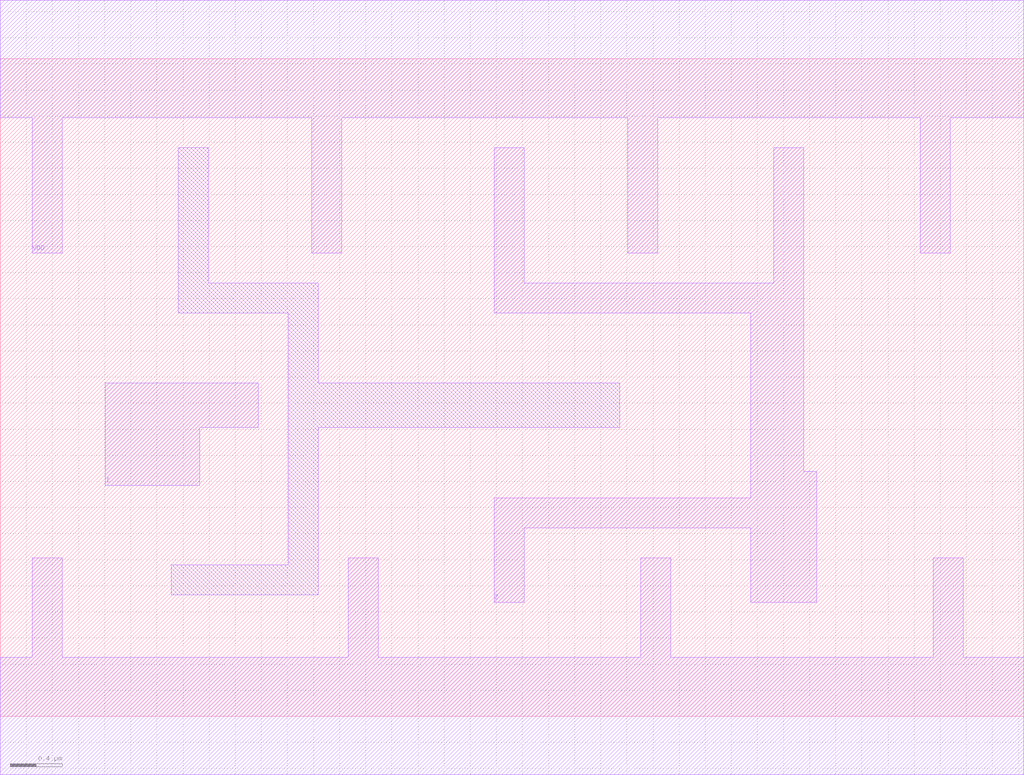
<source format=lef>
# Copyright 2022 GlobalFoundries PDK Authors
#
# Licensed under the Apache License, Version 2.0 (the "License");
# you may not use this file except in compliance with the License.
# You may obtain a copy of the License at
#
#      http://www.apache.org/licenses/LICENSE-2.0
#
# Unless required by applicable law or agreed to in writing, software
# distributed under the License is distributed on an "AS IS" BASIS,
# WITHOUT WARRANTIES OR CONDITIONS OF ANY KIND, either express or implied.
# See the License for the specific language governing permissions and
# limitations under the License.

MACRO gf180mcu_fd_sc_mcu9t5v0__clkbuf_4
  CLASS core ;
  FOREIGN gf180mcu_fd_sc_mcu9t5v0__clkbuf_4 0.0 0.0 ;
  ORIGIN 0 0 ;
  SYMMETRY X Y ;
  SITE GF018hv5v_green_sc9 ;
  SIZE 7.84 BY 5.04 ;
  PIN I
    DIRECTION INPUT ;
    ANTENNAGATEAREA 2.706 ;
    PORT
      LAYER METAL1 ;
        POLYGON 0.805 1.77 1.53 1.77 1.53 2.215 1.975 2.215 1.975 2.555 0.805 2.555  ;
    END
  END I
  PIN Z
    DIRECTION OUTPUT ;
    ANTENNADIFFAREA 3.1012 ;
    PORT
      LAYER METAL1 ;
        POLYGON 3.785 3.09 4.745 3.09 5.75 3.09 5.75 1.675 3.785 1.675 3.785 0.875 4.015 0.875 4.015 1.445 5.75 1.445 5.75 0.875 6.255 0.875 6.255 1.875 6.155 1.875 6.155 4.36 5.925 4.36 5.925 3.32 4.745 3.32 4.015 3.32 4.015 4.36 3.785 4.36  ;
    END
  END Z
  PIN VDD
    DIRECTION INOUT ;
    USE power ;
    SHAPE ABUTMENT ;
    PORT
      LAYER METAL1 ;
        POLYGON 0 4.59 0.245 4.59 0.245 3.55 0.475 3.55 0.475 4.59 2.385 4.59 2.385 3.55 2.615 3.55 2.615 4.59 4.745 4.59 4.805 4.59 4.805 3.55 5.035 3.55 5.035 4.59 7.045 4.59 7.045 3.55 7.275 3.55 7.275 4.59 7.84 4.59 7.84 5.49 4.745 5.49 0 5.49  ;
    END
  END VDD
  PIN VSS
    DIRECTION INOUT ;
    USE ground ;
    SHAPE ABUTMENT ;
    PORT
      LAYER METAL1 ;
        POLYGON 0 -0.45 7.84 -0.45 7.84 0.45 7.375 0.45 7.375 1.215 7.145 1.215 7.145 0.45 5.135 0.45 5.135 1.215 4.905 1.215 4.905 0.45 2.895 0.45 2.895 1.215 2.665 1.215 2.665 0.45 0.475 0.45 0.475 1.215 0.245 1.215 0.245 0.45 0 0.45  ;
    END
  END VSS
  OBS
      LAYER METAL1 ;
        POLYGON 1.365 3.09 2.205 3.09 2.205 1.16 1.31 1.16 1.31 0.93 2.435 0.93 2.435 2.215 4.745 2.215 4.745 2.555 2.435 2.555 2.435 3.32 1.595 3.32 1.595 4.36 1.365 4.36  ;
  END
END gf180mcu_fd_sc_mcu9t5v0__clkbuf_4

</source>
